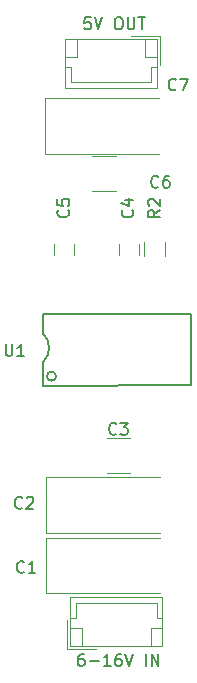
<source format=gbr>
G04 #@! TF.FileFunction,Legend,Top*
%FSLAX46Y46*%
G04 Gerber Fmt 4.6, Leading zero omitted, Abs format (unit mm)*
G04 Created by KiCad (PCBNEW 4.0.5) date 05/07/17 11:17:11*
%MOMM*%
%LPD*%
G01*
G04 APERTURE LIST*
%ADD10C,0.100000*%
%ADD11C,0.120000*%
%ADD12C,0.150000*%
G04 APERTURE END LIST*
D10*
D11*
X148228000Y-116776000D02*
X157828000Y-116776000D01*
X148228000Y-121476000D02*
X157828000Y-121476000D01*
X148228000Y-116776000D02*
X148228000Y-121476000D01*
X148228000Y-111645200D02*
X157828000Y-111645200D01*
X148228000Y-116345200D02*
X157828000Y-116345200D01*
X148228000Y-111645200D02*
X148228000Y-116345200D01*
X155330400Y-108349600D02*
X153330400Y-108349600D01*
X153330400Y-111309600D02*
X155330400Y-111309600D01*
X154344000Y-91854400D02*
X154344000Y-92854400D01*
X156044000Y-92854400D02*
X156044000Y-91854400D01*
X148908400Y-91854400D02*
X148908400Y-92854400D01*
X150608400Y-92854400D02*
X150608400Y-91854400D01*
X154111200Y-84422800D02*
X152111200Y-84422800D01*
X152111200Y-87382800D02*
X154111200Y-87382800D01*
X148126400Y-79539600D02*
X157726400Y-79539600D01*
X148126400Y-84239600D02*
X157726400Y-84239600D01*
X148126400Y-79539600D02*
X148126400Y-84239600D01*
X150258000Y-121795600D02*
X150258000Y-125895600D01*
X150258000Y-125895600D02*
X158058000Y-125895600D01*
X158058000Y-125895600D02*
X158058000Y-121795600D01*
X158058000Y-121795600D02*
X150258000Y-121795600D01*
X150258000Y-123545600D02*
X150758000Y-123545600D01*
X150758000Y-123545600D02*
X150758000Y-122295600D01*
X150758000Y-122295600D02*
X157558000Y-122295600D01*
X157558000Y-122295600D02*
X157558000Y-123545600D01*
X157558000Y-123545600D02*
X158058000Y-123545600D01*
X150258000Y-124395600D02*
X151258000Y-124395600D01*
X151258000Y-124395600D02*
X151258000Y-125895600D01*
X158058000Y-124395600D02*
X157058000Y-124395600D01*
X157058000Y-124395600D02*
X157058000Y-125895600D01*
X149958000Y-123695600D02*
X149958000Y-126195600D01*
X149958000Y-126195600D02*
X152458000Y-126195600D01*
X157590000Y-78661200D02*
X157590000Y-74561200D01*
X157590000Y-74561200D02*
X149790000Y-74561200D01*
X149790000Y-74561200D02*
X149790000Y-78661200D01*
X149790000Y-78661200D02*
X157590000Y-78661200D01*
X157590000Y-76911200D02*
X157090000Y-76911200D01*
X157090000Y-76911200D02*
X157090000Y-78161200D01*
X157090000Y-78161200D02*
X150290000Y-78161200D01*
X150290000Y-78161200D02*
X150290000Y-76911200D01*
X150290000Y-76911200D02*
X149790000Y-76911200D01*
X157590000Y-76061200D02*
X156590000Y-76061200D01*
X156590000Y-76061200D02*
X156590000Y-74561200D01*
X149790000Y-76061200D02*
X150790000Y-76061200D01*
X150790000Y-76061200D02*
X150790000Y-74561200D01*
X157890000Y-76761200D02*
X157890000Y-74261200D01*
X157890000Y-74261200D02*
X155390000Y-74261200D01*
X158258400Y-91703600D02*
X158258400Y-92903600D01*
X156498400Y-92903600D02*
X156498400Y-91703600D01*
D12*
X147927060Y-103875840D02*
X147927060Y-101884480D01*
X147927060Y-97840800D02*
X147927060Y-99466400D01*
X149053994Y-103083360D02*
G75*
G03X149053994Y-103083360I-390334J0D01*
G01*
X147967700Y-101884480D02*
G75*
G03X147947380Y-99466400I-1219200J1198880D01*
G01*
X147927060Y-97820480D02*
X160510220Y-97840800D01*
X160510220Y-97840800D02*
X160510220Y-103855520D01*
X160510220Y-103855520D02*
X147927060Y-103875840D01*
X146340534Y-119635543D02*
X146292915Y-119683162D01*
X146150058Y-119730781D01*
X146054820Y-119730781D01*
X145911962Y-119683162D01*
X145816724Y-119587924D01*
X145769105Y-119492686D01*
X145721486Y-119302210D01*
X145721486Y-119159352D01*
X145769105Y-118968876D01*
X145816724Y-118873638D01*
X145911962Y-118778400D01*
X146054820Y-118730781D01*
X146150058Y-118730781D01*
X146292915Y-118778400D01*
X146340534Y-118826019D01*
X147292915Y-119730781D02*
X146721486Y-119730781D01*
X147007200Y-119730781D02*
X147007200Y-118730781D01*
X146911962Y-118873638D01*
X146816724Y-118968876D01*
X146721486Y-119016495D01*
X146188134Y-114199943D02*
X146140515Y-114247562D01*
X145997658Y-114295181D01*
X145902420Y-114295181D01*
X145759562Y-114247562D01*
X145664324Y-114152324D01*
X145616705Y-114057086D01*
X145569086Y-113866610D01*
X145569086Y-113723752D01*
X145616705Y-113533276D01*
X145664324Y-113438038D01*
X145759562Y-113342800D01*
X145902420Y-113295181D01*
X145997658Y-113295181D01*
X146140515Y-113342800D01*
X146188134Y-113390419D01*
X146569086Y-113390419D02*
X146616705Y-113342800D01*
X146711943Y-113295181D01*
X146950039Y-113295181D01*
X147045277Y-113342800D01*
X147092896Y-113390419D01*
X147140515Y-113485657D01*
X147140515Y-113580895D01*
X147092896Y-113723752D01*
X146521467Y-114295181D01*
X147140515Y-114295181D01*
X154163734Y-107936743D02*
X154116115Y-107984362D01*
X153973258Y-108031981D01*
X153878020Y-108031981D01*
X153735162Y-107984362D01*
X153639924Y-107889124D01*
X153592305Y-107793886D01*
X153544686Y-107603410D01*
X153544686Y-107460552D01*
X153592305Y-107270076D01*
X153639924Y-107174838D01*
X153735162Y-107079600D01*
X153878020Y-107031981D01*
X153973258Y-107031981D01*
X154116115Y-107079600D01*
X154163734Y-107127219D01*
X154497067Y-107031981D02*
X155116115Y-107031981D01*
X154782781Y-107412933D01*
X154925639Y-107412933D01*
X155020877Y-107460552D01*
X155068496Y-107508171D01*
X155116115Y-107603410D01*
X155116115Y-107841505D01*
X155068496Y-107936743D01*
X155020877Y-107984362D01*
X154925639Y-108031981D01*
X154639924Y-108031981D01*
X154544686Y-107984362D01*
X154497067Y-107936743D01*
X155500343Y-89015866D02*
X155547962Y-89063485D01*
X155595581Y-89206342D01*
X155595581Y-89301580D01*
X155547962Y-89444438D01*
X155452724Y-89539676D01*
X155357486Y-89587295D01*
X155167010Y-89634914D01*
X155024152Y-89634914D01*
X154833676Y-89587295D01*
X154738438Y-89539676D01*
X154643200Y-89444438D01*
X154595581Y-89301580D01*
X154595581Y-89206342D01*
X154643200Y-89063485D01*
X154690819Y-89015866D01*
X154928914Y-88158723D02*
X155595581Y-88158723D01*
X154547962Y-88396819D02*
X155262248Y-88634914D01*
X155262248Y-88015866D01*
X150064743Y-89015866D02*
X150112362Y-89063485D01*
X150159981Y-89206342D01*
X150159981Y-89301580D01*
X150112362Y-89444438D01*
X150017124Y-89539676D01*
X149921886Y-89587295D01*
X149731410Y-89634914D01*
X149588552Y-89634914D01*
X149398076Y-89587295D01*
X149302838Y-89539676D01*
X149207600Y-89444438D01*
X149159981Y-89301580D01*
X149159981Y-89206342D01*
X149207600Y-89063485D01*
X149255219Y-89015866D01*
X149159981Y-88111104D02*
X149159981Y-88587295D01*
X149636171Y-88634914D01*
X149588552Y-88587295D01*
X149540933Y-88492057D01*
X149540933Y-88253961D01*
X149588552Y-88158723D01*
X149636171Y-88111104D01*
X149731410Y-88063485D01*
X149969505Y-88063485D01*
X150064743Y-88111104D01*
X150112362Y-88158723D01*
X150159981Y-88253961D01*
X150159981Y-88492057D01*
X150112362Y-88587295D01*
X150064743Y-88634914D01*
X157719734Y-87021943D02*
X157672115Y-87069562D01*
X157529258Y-87117181D01*
X157434020Y-87117181D01*
X157291162Y-87069562D01*
X157195924Y-86974324D01*
X157148305Y-86879086D01*
X157100686Y-86688610D01*
X157100686Y-86545752D01*
X157148305Y-86355276D01*
X157195924Y-86260038D01*
X157291162Y-86164800D01*
X157434020Y-86117181D01*
X157529258Y-86117181D01*
X157672115Y-86164800D01*
X157719734Y-86212419D01*
X158576877Y-86117181D02*
X158386400Y-86117181D01*
X158291162Y-86164800D01*
X158243543Y-86212419D01*
X158148305Y-86355276D01*
X158100686Y-86545752D01*
X158100686Y-86926705D01*
X158148305Y-87021943D01*
X158195924Y-87069562D01*
X158291162Y-87117181D01*
X158481639Y-87117181D01*
X158576877Y-87069562D01*
X158624496Y-87021943D01*
X158672115Y-86926705D01*
X158672115Y-86688610D01*
X158624496Y-86593371D01*
X158576877Y-86545752D01*
X158481639Y-86498133D01*
X158291162Y-86498133D01*
X158195924Y-86545752D01*
X158148305Y-86593371D01*
X158100686Y-86688610D01*
X159192934Y-78792343D02*
X159145315Y-78839962D01*
X159002458Y-78887581D01*
X158907220Y-78887581D01*
X158764362Y-78839962D01*
X158669124Y-78744724D01*
X158621505Y-78649486D01*
X158573886Y-78459010D01*
X158573886Y-78316152D01*
X158621505Y-78125676D01*
X158669124Y-78030438D01*
X158764362Y-77935200D01*
X158907220Y-77887581D01*
X159002458Y-77887581D01*
X159145315Y-77935200D01*
X159192934Y-77982819D01*
X159526267Y-77887581D02*
X160192934Y-77887581D01*
X159764362Y-78887581D01*
X151378020Y-126604781D02*
X151187543Y-126604781D01*
X151092305Y-126652400D01*
X151044686Y-126700019D01*
X150949448Y-126842876D01*
X150901829Y-127033352D01*
X150901829Y-127414305D01*
X150949448Y-127509543D01*
X150997067Y-127557162D01*
X151092305Y-127604781D01*
X151282782Y-127604781D01*
X151378020Y-127557162D01*
X151425639Y-127509543D01*
X151473258Y-127414305D01*
X151473258Y-127176210D01*
X151425639Y-127080971D01*
X151378020Y-127033352D01*
X151282782Y-126985733D01*
X151092305Y-126985733D01*
X150997067Y-127033352D01*
X150949448Y-127080971D01*
X150901829Y-127176210D01*
X151901829Y-127223829D02*
X152663734Y-127223829D01*
X153663734Y-127604781D02*
X153092305Y-127604781D01*
X153378019Y-127604781D02*
X153378019Y-126604781D01*
X153282781Y-126747638D01*
X153187543Y-126842876D01*
X153092305Y-126890495D01*
X154520877Y-126604781D02*
X154330400Y-126604781D01*
X154235162Y-126652400D01*
X154187543Y-126700019D01*
X154092305Y-126842876D01*
X154044686Y-127033352D01*
X154044686Y-127414305D01*
X154092305Y-127509543D01*
X154139924Y-127557162D01*
X154235162Y-127604781D01*
X154425639Y-127604781D01*
X154520877Y-127557162D01*
X154568496Y-127509543D01*
X154616115Y-127414305D01*
X154616115Y-127176210D01*
X154568496Y-127080971D01*
X154520877Y-127033352D01*
X154425639Y-126985733D01*
X154235162Y-126985733D01*
X154139924Y-127033352D01*
X154092305Y-127080971D01*
X154044686Y-127176210D01*
X154901829Y-126604781D02*
X155235162Y-127604781D01*
X155568496Y-126604781D01*
X156663734Y-127604781D02*
X156663734Y-126604781D01*
X157139924Y-127604781D02*
X157139924Y-126604781D01*
X157711353Y-127604781D01*
X157711353Y-126604781D01*
X151974800Y-72705981D02*
X151498609Y-72705981D01*
X151450990Y-73182171D01*
X151498609Y-73134552D01*
X151593847Y-73086933D01*
X151831943Y-73086933D01*
X151927181Y-73134552D01*
X151974800Y-73182171D01*
X152022419Y-73277410D01*
X152022419Y-73515505D01*
X151974800Y-73610743D01*
X151927181Y-73658362D01*
X151831943Y-73705981D01*
X151593847Y-73705981D01*
X151498609Y-73658362D01*
X151450990Y-73610743D01*
X152308133Y-72705981D02*
X152641466Y-73705981D01*
X152974800Y-72705981D01*
X154260514Y-72705981D02*
X154450991Y-72705981D01*
X154546229Y-72753600D01*
X154641467Y-72848838D01*
X154689086Y-73039314D01*
X154689086Y-73372648D01*
X154641467Y-73563124D01*
X154546229Y-73658362D01*
X154450991Y-73705981D01*
X154260514Y-73705981D01*
X154165276Y-73658362D01*
X154070038Y-73563124D01*
X154022419Y-73372648D01*
X154022419Y-73039314D01*
X154070038Y-72848838D01*
X154165276Y-72753600D01*
X154260514Y-72705981D01*
X155117657Y-72705981D02*
X155117657Y-73515505D01*
X155165276Y-73610743D01*
X155212895Y-73658362D01*
X155308133Y-73705981D01*
X155498610Y-73705981D01*
X155593848Y-73658362D01*
X155641467Y-73610743D01*
X155689086Y-73515505D01*
X155689086Y-72705981D01*
X156022419Y-72705981D02*
X156593848Y-72705981D01*
X156308133Y-73705981D02*
X156308133Y-72705981D01*
X157830781Y-89015866D02*
X157354590Y-89349200D01*
X157830781Y-89587295D02*
X156830781Y-89587295D01*
X156830781Y-89206342D01*
X156878400Y-89111104D01*
X156926019Y-89063485D01*
X157021257Y-89015866D01*
X157164114Y-89015866D01*
X157259352Y-89063485D01*
X157306971Y-89111104D01*
X157354590Y-89206342D01*
X157354590Y-89587295D01*
X156926019Y-88634914D02*
X156878400Y-88587295D01*
X156830781Y-88492057D01*
X156830781Y-88253961D01*
X156878400Y-88158723D01*
X156926019Y-88111104D01*
X157021257Y-88063485D01*
X157116495Y-88063485D01*
X157259352Y-88111104D01*
X157830781Y-88682533D01*
X157830781Y-88063485D01*
X144777555Y-100371661D02*
X144777555Y-101181185D01*
X144825174Y-101276423D01*
X144872793Y-101324042D01*
X144968031Y-101371661D01*
X145158508Y-101371661D01*
X145253746Y-101324042D01*
X145301365Y-101276423D01*
X145348984Y-101181185D01*
X145348984Y-100371661D01*
X146348984Y-101371661D02*
X145777555Y-101371661D01*
X146063269Y-101371661D02*
X146063269Y-100371661D01*
X145968031Y-100514518D01*
X145872793Y-100609756D01*
X145777555Y-100657375D01*
M02*

</source>
